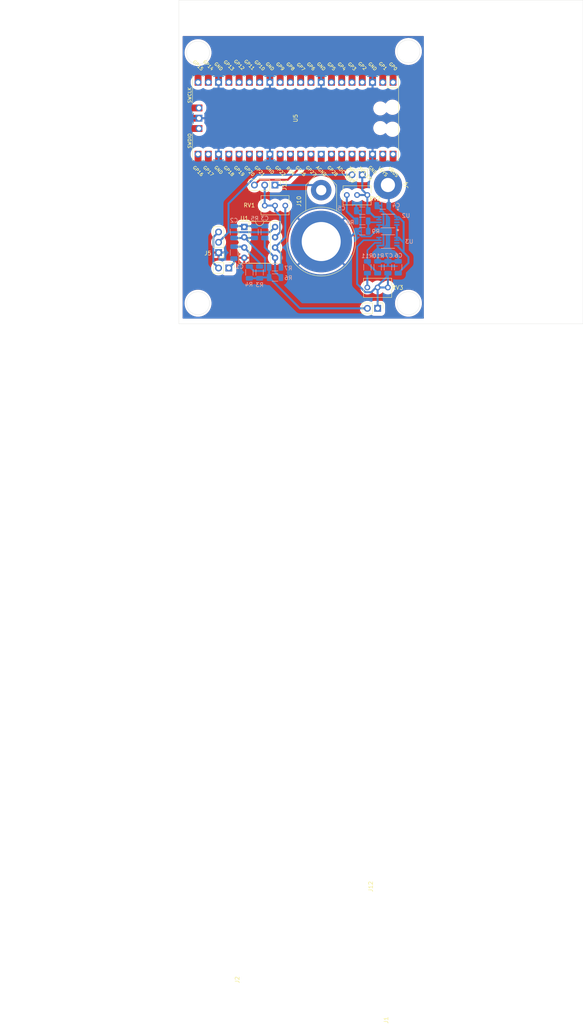
<source format=kicad_pcb>
(kicad_pcb (version 20240108) (generator "pcbnew") (generator_version "8.0")
  (layers (0 "F.Cu" signal) (31 "B.Cu" signal) (34 "B.Paste" user) (35 "F.Paste" user) (36 "B.SilkS" user "B.Silkscreen") (37 "F.SilkS" user "F.Silkscreen") (38 "B.Mask" user) (39 "F.Mask" user) (44 "Edge.Cuts" user))
  (net 0 "")
  (net 1 "Net-(U1A-+)")
  (net 2 "Net-(J2-Pin_1)")
  (net 3 "Net-(C2-Pad1)")
  (net 4 "Net-(U1A--)")
  (net 5 "Net-(U1B-+)")
  (net 6 "Vsup")
  (net 7 "GND")
  (net 8 "Net-(J12-Pin_1)")
  (net 9 "Net-(J1-Pin_1)")
  (net 10 "VCM")
  (net 11 "Sensor")
  (net 12 "Net-(J10-In)")
  (net 13 "ADC")
  (net 14 "Net-(J11-Pin_2)")
  (net 15 "VDD")
  (net 16 "Net-(U1B--)")
  (net 17 "Net-(U2-SET)")
  (net 18 "Net-(R9-Pad1)")
  (net 19 "Net-(U3-SET)")
  (net 20 "Net-(R11-Pad1)")
  (footprint "Package_DIP:DIP-8_W7.62mm_Socket" (layer "F.Cu") (at 107.96 129.7425)
    (property "Reference" "U1" (at 0.0408 -2.1329 0) (layer "F.SilkS"))
    (property "Value" "LM358")
    (pad "1" thru_hole rect (at 0 0) (size 1.6 1.6) (drill 0.8) (layers "*.Cu" "*.Mask") (net 3 "Net-(C2-Pad1)"))
    (pad "2" thru_hole oval (at 0 2.54) (size 1.6 1.6) (drill 0.8) (layers "*.Cu" "*.Mask") (net 4 "Net-(U1A--)"))
    (pad "3" thru_hole oval (at 0 5.08) (size 1.6 1.6) (drill 0.8) (layers "*.Cu" "*.Mask") (net 1 "Net-(U1A-+)"))
    (pad "4" thru_hole oval (at 0 7.62) (size 1.6 1.6) (drill 0.8) (layers "*.Cu" "*.Mask") (net 7 "GND"))
    (pad "5" thru_hole oval (at 7.62 7.62) (size 1.6 1.6) (drill 0.8) (layers "*.Cu" "*.Mask") (net 5 "Net-(U1B-+)"))
    (pad "6" thru_hole oval (at 7.62 5.08) (size 1.6 1.6) (drill 0.8) (layers "*.Cu" "*.Mask") (net 16 "Net-(U1B--)"))
    (pad "7" thru_hole oval (at 7.62 2.54) (size 1.6 1.6) (drill 0.8) (layers "*.Cu" "*.Mask") (net 14 "Net-(J11-Pin_2)"))
    (pad "8" thru_hole oval (at 7.62 0) (size 1.6 1.6) (drill 0.8) (layers "*.Cu" "*.Mask") (net 15 "VDD"))
  )
  (footprint "Potentiometer_THT:Potentiometer_Bourns_3266Y_Vertical" (layer "F.Cu") (at 138.415 121.845)
    (property "Reference" "RV2" (at 1.8946 0.8878 0) (layer "F.SilkS"))
    (property "Value" "20k")
    (pad "1" thru_hole circle (at 0 0) (size 1.44 1.44) (drill 0.8) (layers "*.Cu" "*.Mask") (net 8 "Net-(J12-Pin_1)"))
    (pad "2" thru_hole circle (at -2.54 0) (size 1.44 1.44) (drill 0.8) (layers "*.Cu" "*.Mask") (net 8 "Net-(J12-Pin_1)"))
    (pad "3" thru_hole circle (at -5.08 0) (size 1.44 1.44) (drill 0.8) (layers "*.Cu" "*.Mask") (net 18 "Net-(R9-Pad1)"))
  )
  (footprint "Connector_PinHeader_2.54mm:PinHeader_1x02_P2.54mm_Vertical" (layer "F.Cu") (at 137.16 116.84 -90)
    (property "Reference" "J12" (at 175.943203 -2.098801 90) (layer "F.SilkS"))
    (property "Value" "Conn_01x02")
    (pad "1" thru_hole rect (at 0 0 270) (size 1.7 1.7) (drill 1) (layers "*.Cu" "*.Mask") (net 8 "Net-(J12-Pin_1)"))
    (pad "2" thru_hole oval (at 0 2.54 270) (size 1.7 1.7) (drill 1) (layers "*.Cu" "*.Mask") (net 15 "VDD"))
  )
  (footprint "Connector_PinHeader_2.54mm:PinHeader_1x02_P2.54mm_Vertical" (layer "F.Cu") (at 140.97 149.86 -90)
    (property "Reference" "J1" (at 175.943203 -2.098801 90) (layer "F.SilkS"))
    (property "Value" "Conn_01x02")
    (pad "1" thru_hole rect (at 0 0 270) (size 1.7 1.7) (drill 1) (layers "*.Cu" "*.Mask") (net 9 "Net-(J1-Pin_1)"))
    (pad "2" thru_hole oval (at 0 2.54 270) (size 1.7 1.7) (drill 1) (layers "*.Cu" "*.Mask") (net 10 "VCM"))
  )
  (footprint "Potentiometer_THT:Potentiometer_Bourns_3266Y_Vertical" (layer "F.Cu") (at 143.495 144.705)
    (property "Reference" "RV3" (at 2.4026 0.0242 0) (layer "F.SilkS"))
    (property "Value" "20k")
    (pad "1" thru_hole circle (at 0 0) (size 1.44 1.44) (drill 0.8) (layers "*.Cu" "*.Mask") (net 9 "Net-(J1-Pin_1)"))
    (pad "2" thru_hole circle (at -2.54 0) (size 1.44 1.44) (drill 0.8) (layers "*.Cu" "*.Mask") (net 9 "Net-(J1-Pin_1)"))
    (pad "3" thru_hole circle (at -5.08 0) (size 1.44 1.44) (drill 0.8) (layers "*.Cu" "*.Mask") (net 20 "Net-(R11-Pad1)"))
  )
  (footprint "Connector_PinHeader_2.54mm:PinHeader_1x02_P2.54mm_Vertical" (layer "F.Cu") (at 104.14 139.8925 -90)
    (property "Reference" "J2" (at 175.943203 -2.098801 90) (layer "F.SilkS"))
    (property "Value" "Conn_01x02")
    (pad "1" thru_hole rect (at 0 0 270) (size 1.7 1.7) (drill 1) (layers "*.Cu" "*.Mask") (net 2 "Net-(J2-Pin_1)"))
    (pad "2" thru_hole oval (at 0 2.54 270) (size 1.7 1.7) (drill 1) (layers "*.Cu" "*.Mask") (net 11 "Sensor"))
  )
  (footprint "Connector_PinHeader_2.54mm:PinHeader_1x03_P2.54mm_Vertical" (layer "F.Cu") (at 115.555 119.38 -90)
    (property "Reference" "J11" (at 0 -2.33 90) (layer "F.SilkS"))
    (property "Value" "Conn_01x03")
    (pad "1" thru_hole rect (at 0 0 270) (size 1.7 1.7) (drill 1) (layers "*.Cu" "*.Mask") (net 12 "Net-(J10-In)"))
    (pad "2" thru_hole oval (at 0 2.54 270) (size 1.7 1.7) (drill 1) (layers "*.Cu" "*.Mask") (net 14 "Net-(J11-Pin_2)"))
    (pad "3" thru_hole oval (at 0 5.08 270) (size 1.7 1.7) (drill 1) (layers "*.Cu" "*.Mask") (net 13 "ADC"))
  )
  (footprint "Potentiometer_THT:Potentiometer_Bourns_3266Y_Vertical" (layer "F.Cu") (at 113.03 124.46 180)
    (property "Reference" "RV1" (at 3.825 0.075 180) (layer "F.SilkS"))
    (property "Value" "100k")
    (pad "1" thru_hole circle (at 0 0 180) (size 1.44 1.44) (drill 0.8) (layers "*.Cu" "*.Mask") (net 14 "Net-(J11-Pin_2)"))
    (pad "2" thru_hole circle (at -2.54 0 180) (size 1.44 1.44) (drill 0.8) (layers "*.Cu" "*.Mask") (net 14 "Net-(J11-Pin_2)"))
    (pad "3" thru_hole circle (at -5.08 0 180) (size 1.44 1.44) (drill 0.8) (layers "*.Cu" "*.Mask") (net 16 "Net-(U1B--)"))
  )
  (footprint "Connector_Coaxial:BNC_PanelMountable_Vertical" (layer "F.Cu") (at 127 120.65 90)
    (property "Reference" "J10" (at -2.75 -5.5 -90) (layer "F.SilkS"))
    (property "Value" "Conn_Coaxial")
    (pad "1" thru_hole circle (at 0 0 90) (size 5.08 5.08) (drill 2.54) (layers "*.Cu" "*.Mask") (net 12 "Net-(J10-In)"))
    (pad "2" thru_hole circle (at -12.7 0 90) (size 15.24 15.24) (drill 9.65) (layers "*.Cu" "*.Mask") (net 7 "GND"))
  )
  (footprint "Connector_PinHeader_2.54mm:PinHeader_1x03_P2.54mm_Vertical" (layer "F.Cu") (at 101.6 136.0675 180)
    (property "Reference" "J5" (at 2.6416 -0.1781 180) (layer "F.SilkS"))
    (property "Value" "Conn_01x03_Pin")
    (pad "1" thru_hole rect (at 0 0 180) (size 1.7 1.7) (drill 1) (layers "*.Cu" "*.Mask") (net 7 "GND"))
    (pad "2" thru_hole oval (at 0 2.54 180) (size 1.7 1.7) (drill 1) (layers "*.Cu" "*.Mask") (net 15 "VDD"))
    (pad "3" thru_hole oval (at 0 5.08 180) (size 1.7 1.7) (drill 1) (layers "*.Cu" "*.Mask") (net 11 "Sensor"))
  )
  (footprint "MountingHole:MountingHole_3.5mm_Pad_TopBottom" (layer "F.Cu") (at 143.51 119.38 -90)
    (property "Reference" "J4" (at 0 -4.5 90) (layer "F.SilkS"))
    (property "Value" "Conn_01x01_Socket")
    (pad "1" thru_hole circle (at 0 0 270) (size 3.9 3.9) (drill 3.5) (layers "*.Cu" "*.Mask") (net 6 "Vsup"))
    (pad "1" connect circle (at 0 0 270) (size 7 7) (layers "F.Cu" "F.Mask") (net 6 "Vsup"))
    (pad "1" connect circle (at 0 0 270) (size 7 7) (layers "B.Cu" "B.Mask") (net 6 "Vsup"))
  )
  (footprint "MCU_RaspberryPi_and_Boards:RPi_Pico_SMD_TH" (layer "F.Cu") (at 120.65 102.87 -90)
    (property "Reference" "U5" (at 0 0 90) (layer "F.SilkS"))
    (property "Value" "Pico")
    (fp_text user "GP9" (at -12.8 3.81 135) (layer "F.SilkS") (effects (font (size 0.8 0.8))))
    (fp_text user "GP6" (at -12.8 -3.81 135) (layer "F.SilkS") (effects (font (size 0.8 0.8))))
    (fp_text user "GP8" (at -12.8 1.27 135) (layer "F.SilkS") (effects (font (size 0.8 0.8))))
    (fp_text user "GND" (at -12.8 -19.05 135) (layer "F.SilkS") (effects (font (size 0.8 0.8))))
    (fp_text user "GP4" (at -12.8 -11.43 135) (layer "F.SilkS") (effects (font (size 0.8 0.8))))
    (fp_text user "GP19" (at 13.054 13.97 135) (layer "F.SilkS") (effects (font (size 0.8 0.8))))
    (fp_text user "GP5" (at -12.8 -8.89 135) (layer "F.SilkS") (effects (font (size 0.8 0.8))))
    (fp_text user "GP2" (at -12.9 -16.51 135) (layer "F.SilkS") (effects (font (size 0.8 0.8))))
    (fp_text user "GND" (at 12.8 6.35 135) (layer "F.SilkS") (effects (font (size 0.8 0.8))))
    (fp_text user "GP11" (at -13.2 11.43 135) (layer "F.SilkS") (effects (font (size 0.8 0.8))))
    (fp_text user "SWCLK" (at -5.7 26.2 90) (layer "F.SilkS") (effects (font (size 0.8 0.8))))
    (fp_text user "GP10" (at -13.054 8.89 135) (layer "F.SilkS") (effects (font (size 0.8 0.8))))
    (fp_text user "GND" (at 12.8 19.05 135) (layer "F.SilkS") (effects (font (size 0.8 0.8))))
    (fp_text user "GP3" (at -12.8 -13.97 135) (layer "F.SilkS") (effects (font (size 0.8 0.8))))
    (fp_text user "GP7" (at -12.7 -1.3 135) (layer "F.SilkS") (effects (font (size 0.8 0.8))))
    (fp_text user "GP20" (at 13.054 11.43 135) (layer "F.SilkS") (effects (font (size 0.8 0.8))))
    (fp_text user "GP16" (at 13.054 24.13 135) (layer "F.SilkS") (effects (font (size 0.8 0.8))))
    (fp_text user "RUN" (at 13 1.27 135) (layer "F.SilkS") (effects (font (size 0.8 0.8))))
    (fp_text user "3V3" (at 12.9 -13.9 135) (layer "F.SilkS") (effects (font (size 0.8 0.8))))
    (fp_text user "GND" (at 12.8 -19.05 135) (layer "F.SilkS") (effects (font (size 0.8 0.8))))
    (fp_text user "GP17" (at 13.054 21.59 135) (layer "F.SilkS") (effects (font (size 0.8 0.8))))
    (fp_text user "GP28" (at 13.054 -9.144 135) (layer "F.SilkS") (effects (font (size 0.8 0.8))))
    (fp_text user "VSYS" (at 13.2 -21.59 135) (layer "F.SilkS") (effects (font (size 0.8 0.8))))
    (fp_text user "GP1" (at -12.9 -21.6 135) (layer "F.SilkS") (effects (font (size 0.8 0.8))))
    (fp_text user "VBUS" (at 13.3 -24.2 135) (layer "F.SilkS") (effects (font (size 0.8 0.8))))
    (fp_text user "GP18" (at 13.054 16.51 135) (layer "F.SilkS") (effects (font (size 0.8 0.8))))
    (fp_text user "GP0" (at -12.8 -24.13 135) (layer "F.SilkS") (effects (font (size 0.8 0.8))))
    (fp_text user "GP21" (at 13.054 8.9 135) (layer "F.SilkS") (effects (font (size 0.8 0.8))))
    (fp_text user "SWDIO" (at 5.6 26.2 90) (layer "F.SilkS") (effects (font (size 0.8 0.8))))
    (fp_text user "GP26" (at 13.054 -1.27 135) (layer "F.SilkS") (effects (font (size 0.8 0.8))))
    (fp_text user "AGND" (at 13.054 -6.35 135) (layer "F.SilkS") (effects (font (size 0.8 0.8))))
    (fp_text user "GP27" (at 13.054 -3.8 135) (layer "F.SilkS") (effects (font (size 0.8 0.8))))
    (fp_text user "3V3_EN" (at 13.7 -17.2 135) (layer "F.SilkS") (effects (font (size 0.8 0.8))))
    (fp_text user "GP14" (at -13.1 21.59 135) (layer "F.SilkS") (effects (font (size 0.8 0.8))))
    (fp_text user "GP22" (at 13.054 3.81 135) (layer "F.SilkS") (effects (font (size 0.8 0.8))))
    (fp_text user "GP13" (at -13.054 16.51 135) (layer "F.SilkS") (effects (font (size 0.8 0.8))))
    (fp_text user "GND" (at -12.8 6.35 135) (layer "F.SilkS") (effects (font (size 0.8 0.8))))
    (fp_text user "ADC_VREF" (at 14 -12.5 135) (layer "F.SilkS") (effects (font (size 0.8 0.8))))
    (fp_text user "GND" (at -12.8 -6.35 135) (layer "F.SilkS") (effects (font (size 0.8 0.8))))
    (fp_text user "GP15" (at -13.054 24.13 135) (layer "F.SilkS") (effects (font (size 0.8 0.8))))
    (fp_text user "GP12" (at -13.2 13.97 135) (layer "F.SilkS") (effects (font (size 0.8 0.8))))
    (fp_text user "GND" (at -12.8 19.05 135) (layer "F.SilkS") (effects (font (size 0.8 0.8))))
    (pad "" np_thru_hole oval (at -2.725 -24 270) (size 1.8 1.8) (drill 1.8) (layers "*.Cu" "*.Mask"))
    (pad "" np_thru_hole oval (at -2.425 -20.97 270) (size 1.5 1.5) (drill 1.5) (layers "*.Cu" "*.Mask"))
    (pad "" np_thru_hole oval (at 2.425 -20.97 270) (size 1.5 1.5) (drill 1.5) (layers "*.Cu" "*.Mask"))
    (pad "" np_thru_hole oval (at 2.725 -24 270) (size 1.8 1.8) (drill 1.8) (layers "*.Cu" "*.Mask"))
    (pad "1" thru_hole oval (at -8.89 -24.13 270) (size 1.7 1.7) (drill 1.02) (layers "*.Cu" "*.Mask"))
    (pad "1" smd rect (at -8.89 -24.13 270) (size 3.5 1.7) (drill (offset -0.9 0)) (layers "F.Cu" "F.Mask"))
    (pad "2" thru_hole oval (at -8.89 -21.59 270) (size 1.7 1.7) (drill 1.02) (layers "*.Cu" "*.Mask"))
    (pad "2" smd rect (at -8.89 -21.59 270) (size 3.5 1.7) (drill (offset -0.9 0)) (layers "F.Cu" "F.Mask"))
    (pad "3" thru_hole rect (at -8.89 -19.05 270) (size 1.7 1.7) (drill 1.02) (layers "*.Cu" "*.Mask") (net 7 "GND"))
    (pad "3" smd rect (at -8.89 -19.05 270) (size 3.5 1.7) (drill (offset -0.9 0)) (layers "F.Cu" "F.Mask") (net 7 "GND"))
    (pad "4" thru_hole oval (at -8.89 -16.51 270) (size 1.7 1.7) (drill 1.02) (layers "*.Cu" "*.Mask"))
    (pad "4" smd rect (at -8.89 -16.51 270) (size 3.5 1.7) (drill (offset -0.9 0)) (layers "F.Cu" "F.Mask"))
    (pad "5" thru_hole oval (at -8.89 -13.97 270) (size 1.7 1.7) (drill 1.02) (layers "*.Cu" "*.Mask"))
    (pad "5" smd rect (at -8.89 -13.97 270) (size 3.5 1.7) (drill (offset -0.9 0)) (layers "F.Cu" "F.Mask"))
    (pad "6" thru_hole oval (at -8.89 -11.43 270) (size 1.7 1.7) (drill 1.02) (layers "*.Cu" "*.Mask"))
    (pad "6" smd rect (at -8.89 -11.43 270) (size 3.5 1.7) (drill (offset -0.9 0)) (layers "F.Cu" "F.Mask"))
    (pad "7" thru_hole oval (at -8.89 -8.89 270) (size 1.7 1.7) (drill 1.02) (layers "*.Cu" "*.Mask"))
    (pad "7" smd rect (at -8.89 -8.89 270) (size 3.5 1.7) (drill (offset -0.9 0)) (layers "F.Cu" "F.Mask"))
    (pad "8" thru_hole rect (at -8.89 -6.35 270) (size 1.7 1.7) (drill 1.02) (layers "*.Cu" "*.Mask") (net 7 "GND"))
    (pad "8" smd rect (at -8.89 -6.35 270) (size 3.5 1.7) (drill (offset -0.9 0)) (layers "F.Cu" "F.Mask") (net 7 "GND"))
    (pad "9" thru_hole oval (at -8.89 -3.81 270) (size 1.7 1.7) (drill 1.02) (layers "*.Cu" "*.Mask"))
    (pad "9" smd rect (at -8.89 -3.81 270) (size 3.5 1.7) (drill (offset -0.9 0)) (layers "F.Cu" "F.Mask"))
    (pad "10" thru_hole oval (at -8.89 -1.27 270) (size 1.7 1.7) (drill 1.02) (layers "*.Cu" "*.Mask"))
    (pad "10" smd rect (at -8.89 -1.27 270) (size 3.5 1.7) (drill (offset -0.9 0)) (layers "F.Cu" "F.Mask"))
    (pad "11" thru_hole oval (at -8.89 1.27 270) (size 1.7 1.7) (drill 1.02) (layers "*.Cu" "*.Mask"))
    (pad "11" smd rect (at -8.89 1.27 270) (size 3.5 1.7) (drill (offset -0.9 0)) (layers "F.Cu" "F.Mask"))
    (pad "12" thru_hole oval (at -8.89 3.81 270) (size 1.7 1.7) (drill 1.02) (layers "*.Cu" "*.Mask"))
    (pad "12" smd rect (at -8.89 3.81 270) (size 3.5 1.7) (drill (offset -0.9 0)) (layers "F.Cu" "F.Mask"))
    (pad "13" thru_hole rect (at -8.89 6.35 270) (size 1.7 1.7) (drill 1.02) (layers "*.Cu" "*.Mask") (net 7 "GND"))
    (pad "13" smd rect (at -8.89 6.35 270) (size 3.5 1.7) (drill (offset -0.9 0)) (layers "F.Cu" "F.Mask") (net 7 "GND"))
    (pad "14" thru_hole oval (at -8.89 8.89 270) (size 1.7 1.7) (drill 1.02) (layers "*.Cu" "*.Mask"))
    (pad "14" smd rect (at -8.89 8.89 270) (size 3.5 1.7) (drill (offset -0.9 0)) (layers "F.Cu" "F.Mask"))
    (pad "15" thru_hole oval (at -8.89 11.43 270) (size 1.7 1.7) (drill 1.02) (layers "*.Cu" "*.Mask"))
    (pad "15" smd rect (at -8.89 11.43 270) (size 3.5 1.7) (drill (offset -0.9 0)) (layers "F.Cu" "F.Mask"))
    (pad "16" thru_hole oval (at -8.89 13.97 270) (size 1.7 1.7) (drill 1.02) (layers "*.Cu" "*.Mask"))
    (pad "16" smd rect (at -8.89 13.97 270) (size 3.5 1.7) (drill (offset -0.9 0)) (layers "F.Cu" "F.Mask"))
    (pad "17" thru_hole oval (at -8.89 16.51 270) (size 1.7 1.7) (drill 1.02) (layers "*.Cu" "*.Mask"))
    (pad "17" smd rect (at -8.89 16.51 270) (size 3.5 1.7) (drill (offset -0.9 0)) (layers "F.Cu" "F.Mask"))
    (pad "18" thru_hole rect (at -8.89 19.05 270) (size 1.7 1.7) (drill 1.02) (layers "*.Cu" "*.Mask") (net 7 "GND"))
    (pad "18" smd rect (at -8.89 19.05 270) (size 3.5 1.7) (drill (offset -0.9 0)) (layers "F.Cu" "F.Mask") (net 7 "GND"))
    (pad "19" thru_hole oval (at -8.89 21.59 270) (size 1.7 1.7) (drill 1.02) (layers "*.Cu" "*.Mask"))
    (pad "19" smd rect (at -8.89 21.59 270) (size 3.5 1.7) (drill (offset -0.9 0)) (layers "F.Cu" "F.Mask"))
    (pad "20" thru_hole oval (at -8.89 24.13 270) (size 1.7 1.7) (drill 1.02) (layers "*.Cu" "*.Mask"))
    (pad "20" smd rect (at -8.89 24.13 270) (size 3.5 1.7) (drill (offset -0.9 0)) (layers "F.Cu" "F.Mask"))
    (pad "21" thru_hole oval (at 8.89 24.13 270) (size 1.7 1.7) (drill 1.02) (layers "*.Cu" "*.Mask"))
    (pad "21" smd rect (at 8.89 24.13 270) (size 3.5 1.7) (drill (offset 0.9 0)) (layers "F.Cu" "F.Mask"))
    (pad "22" thru_hole oval (at 8.89 21.59 270) (size 1.7 1.7) (drill 1.02) (layers "*.Cu" "*.Mask"))
    (pad "22" smd rect (at 8.89 21.59 270) (size 3.5 1.7) (drill (offset 0.9 0)) (layers "F.Cu" "F.Mask"))
    (pad "23" thru_hole rect (at 8.89 19.05 270) (size 1.7 1.7) (drill 1.02) (layers "*.Cu" "*.Mask") (net 7 "GND"))
    (pad "23" smd rect (at 8.89 19.05 270) (size 3.5 1.7) (drill (offset 0.9 0)) (layers "F.Cu" "F.Mask") (net 7 "GND"))
    (pad "24" thru_hole oval (at 8.89 16.51 270) (size 1.7 1.7) (drill 1.02) (layers "*.Cu" "*.Mask"))
    (pad "24" smd rect (at 8.89 16.51 270) (size 3.5 1.7) (drill (offset 0.9 0)) (layers "F.Cu" "F.Mask"))
    (pad "25" thru_hole oval (at 8.89 13.97 270) (size 1.7 1.7) (drill 1.02) (layers "*.Cu" "*.Mask"))
    (pad "25" smd rect (at 8.89 13.97 270) (size 3.5 1.7) (drill (offset 0.9 0)) (layers "F.Cu" "F.Mask"))
    (pad "26" thru_hole oval (at 8.89 11.43 270) (size 1.7 1.7) (drill 1.02) (layers "*.Cu" "*.Mask"))
    (pad "26" smd rect (at 8.89 11.43 270) (size 3.5 1.7) (drill (offset 0.9 0)) (layers "F.Cu" "F.Mask"))
    (pad "27" thru_hole oval (at 8.89 8.89 270) (size 1.7 1.7) (drill 1.02) (layers "*.Cu" "*.Mask"))
    (pad "27" smd rect (at 8.89 8.89 270) (size 3.5 1.7) (drill (offset 0.9 0)) (layers "F.Cu" "F.Mask"))
    (pad "28" thru_hole rect (at 8.89 6.35 270) (size 1.7 1.7) (drill 1.02) (layers "*.Cu" "*.Mask") (net 7 "GND"))
    (pad "28" smd rect (at 8.89 6.35 270) (size 3.5 1.7) (drill (offset 0.9 0)) (layers "F.Cu" "F.Mask") (net 7 "GND"))
    (pad "29" thru_hole oval (at 8.89 3.81 270) (size 1.7 1.7) (drill 1.02) (layers "*.Cu" "*.Mask"))
    (pad "29" smd rect (at 8.89 3.81 270) (size 3.5 1.7) (drill (offset 0.9 0)) (layers "F.Cu" "F.Mask"))
    (pad "30" thru_hole oval (at 8.89 1.27 270) (size 1.7 1.7) (drill 1.02) (layers "*.Cu" "*.Mask"))
    (pad "30" smd rect (at 8.89 1.27 270) (size 3.5 1.7) (drill (offset 0.9 0)) (layers "F.Cu" "F.Mask"))
    (pad "31" thru_hole oval (at 8.89 -1.27 270) (size 1.7 1.7) (drill 1.02) (layers "*.Cu" "*.Mask") (net 13 "ADC"))
    (pad "31" smd rect (at 8.89 -1.27 270) (size 3.5 1.7) (drill (offset 0.9 0)) (layers "F.Cu" "F.Mask") (net 13 "ADC"))
    (pad "32" thru_hole oval (at 8.89 -3.81 270) (size 1.7 1.7) (drill 1.02) (layers "*.Cu" "*.Mask"))
    (pad "32" smd rect (at 8.89 -3.81 270) (size 3.5 1.7) (drill (offset 0.9 0)) (layers "F.Cu" "F.Mask"))
    (pad "33" thru_hole rect (at 8.89 -6.35 270) (size 1.7 1.7) (drill 1.02) (layers "*.Cu" "*.Mask"))
    (pad "33" smd rect (at 8.89 -6.35 270) (size 3.5 1.7) (drill (offset 0.9 0)) (layers "F.Cu" "F.Mask"))
    (pad "34" thru_hole oval (at 8.89 -8.89 270) (size 1.7 1.7) (drill 1.02) (layers "*.Cu" "*.Mask"))
    (pad "34" smd rect (at 8.89 -8.89 270) (size 3.5 1.7) (drill (offset 0.9 0)) (layers "F.Cu" "F.Mask"))
    (pad "35" thru_hole oval (at 8.89 -11.43 270) (size 1.7 1.7) (drill 1.02) (layers "*.Cu" "*.Mask"))
    (pad "35" smd rect (at 8.89 -11.43 270) (size 3.5 1.7) (drill (offset 0.9 0)) (layers "F.Cu" "F.Mask"))
    (pad "36" thru_hole oval (at 8.89 -13.97 270) (size 1.7 1.7) (drill 1.02) (layers "*.Cu" "*.Mask"))
    (pad "36" smd rect (at 8.89 -13.97 270) (size 3.5 1.7) (drill (offset 0.9 0)) (layers "F.Cu" "F.Mask"))
    (pad "37" thru_hole oval (at 8.89 -16.51 270) (size 1.7 1.7) (drill 1.02) (layers "*.Cu" "*.Mask"))
    (pad "37" smd rect (at 8.89 -16.51 270) (size 3.5 1.7) (drill (offset 0.9 0)) (layers "F.Cu" "F.Mask"))
    (pad "38" thru_hole rect (at 8.89 -19.05 270) (size 1.7 1.7) (drill 1.02) (layers "*.Cu" "*.Mask") (net 7 "GND"))
    (pad "38" smd rect (at 8.89 -19.05 270) (size 3.5 1.7) (drill (offset 0.9 0)) (layers "F.Cu" "F.Mask") (net 7 "GND"))
    (pad "39" thru_hole oval (at 8.89 -21.59 270) (size 1.7 1.7) (drill 1.02) (layers "*.Cu" "*.Mask"))
    (pad "39" smd rect (at 8.89 -21.59 270) (size 3.5 1.7) (drill (offset 0.9 0)) (layers "F.Cu" "F.Mask"))
    (pad "40" thru_hole oval (at 8.89 -24.13 270) (size 1.7 1.7) (drill 1.02) (layers "*.Cu" "*.Mask"))
    (pad "40" smd rect (at 8.89 -24.13 270) (size 3.5 1.7) (drill (offset 0.9 0)) (layers "F.Cu" "F.Mask"))
    (pad "41" thru_hole oval (at -2.54 23.9 270) (size 1.7 1.7) (drill 1.02) (layers "*.Cu" "*.Mask"))
    (pad "41" smd rect (at -2.54 23.9) (size 3.5 1.7) (drill (offset -0.9 0)) (layers "F.Cu" "F.Mask"))
    (pad "42" thru_hole rect (at 0 23.9 270) (size 1.7 1.7) (drill 1.02) (layers "*.Cu" "*.Mask") (net 7 "GND"))
    (pad "42" smd rect (at 0 23.9) (size 3.5 1.7) (drill (offset -0.9 0)) (layers "F.Cu" "F.Mask") (net 7 "GND"))
    (pad "43" thru_hole oval (at 2.54 23.9 270) (size 1.7 1.7) (drill 1.02) (layers "*.Cu" "*.Mask"))
    (pad "43" smd rect (at 2.54 23.9) (size 3.5 1.7) (drill (offset -0.9 0)) (layers "F.Cu" "F.Mask"))
  )
  (footprint "footprints:21-0036K" (layer "B.Cu") (at 143.51 128.27 180)
    (property "Reference" "U2" (at -4.4704 1.3208 0) (layer "B.SilkS") (effects (justify mirror)))
    (property "Value" "MAX1857EUA47+")
    (fp_text user "*" (at -2.461 2.5236 180) (layer "B.SilkS") (effects (justify mirror)))
    (fp_text user "*" (at -2.461 2.5236 0) (layer "B.SilkS") (effects (justify mirror)))
    (pad "1" smd rect (at -2.206998 0.974999 180) (size 1.315199 0.4056) (layers "B.Cu" "B.Paste" "B.Mask") (net 6 "Vsup"))
    (pad "2" smd rect (at -2.206998 0.325001 180) (size 1.315199 0.4056) (layers "B.Cu" "B.Paste" "B.Mask") (net 6 "Vsup"))
    (pad "3" smd rect (at -2.206998 -0.325001 180) (size 1.315199 0.4056) (layers "B.Cu" "B.Paste" "B.Mask"))
    (pad "4" smd rect (at -2.206998 -0.974999 180) (size 1.315199 0.4056) (layers "B.Cu" "B.Paste" "B.Mask") (net 6 "Vsup"))
    (pad "5" smd rect (at 2.206998 -0.974999 180) (size 1.315199 0.4056) (layers "B.Cu" "B.Paste" "B.Mask") (net 7 "GND"))
    (pad "6" smd rect (at 2.206998 -0.325001 180) (size 1.315199 0.4056) (layers "B.Cu" "B.Paste" "B.Mask") (net 17 "Net-(U2-SET)"))
    (pad "7" smd rect (at 2.206998 0.325001 180) (size 1.315199 0.4056) (layers "B.Cu" "B.Paste" "B.Mask") (net 8 "Net-(J12-Pin_1)"))
    (pad "8" smd rect (at 2.206998 0.974999 180) (size 1.315199 0.4056) (layers "B.Cu" "B.Paste" "B.Mask") (net 8 "Net-(J12-Pin_1)"))
  )
  (footprint "Capacitor_SMD:C_1206_3216Metric" (layer "B.Cu") (at 113.03 131.0025 90)
    (property "Reference" "C3" (at 3.3929 0 180) (layer "B.SilkS") (effects (justify mirror)))
    (property "Value" "2.2u")
    (pad "1" smd roundrect (at -1.475 0 90) (size 1.15 1.8) (layers "B.Cu" "B.Paste" "B.Mask") (roundrect_rratio 0.217391) (net 5 "Net-(U1B-+)"))
    (pad "2" smd roundrect (at 1.475 0 90) (size 1.15 1.8) (layers "B.Cu" "B.Paste" "B.Mask") (roundrect_rratio 0.217391) (net 3 "Net-(C2-Pad1)"))
  )
  (footprint "footprints:21-0036K" (layer "B.Cu") (at 143.51 133.35 180)
    (property "Reference" "U3" (at -5.2832 0 0) (layer "B.SilkS") (effects (justify mirror)))
    (property "Value" "MAX1857EUA47+")
    (fp_text user "*" (at -2.461 2.5236 0) (layer "B.SilkS") (effects (justify mirror)))
    (fp_text user "*" (at -2.461 2.5236 180) (layer "B.SilkS") (effects (justify mirror)))
    (pad "1" smd rect (at -2.206998 0.974999 180) (size 1.315199 0.4056) (layers "B.Cu" "B.Paste" "B.Mask") (net 6 "Vsup"))
    (pad "2" smd rect (at -2.206998 0.325001 180) (size 1.315199 0.4056) (layers "B.Cu" "B.Paste" "B.Mask") (net 6 "Vsup"))
    (pad "3" smd rect (at -2.206998 -0.325001 180) (size 1.315199 0.4056) (layers "B.Cu" "B.Paste" "B.Mask"))
    (pad "4" smd rect (at -2.206998 -0.974999 180) (size 1.315199 0.4056) (layers "B.Cu" "B.Paste" "B.Mask") (net 6 "Vsup"))
    (pad "5" smd rect (at 2.206998 -0.974999 180) (size 1.315199 0.4056) (layers "B.Cu" "B.Paste" "B.Mask") (net 7 "GND"))
    (pad "6" smd rect (at 2.206998 -0.325001 180) (size 1.315199 0.4056) (layers "B.Cu" "B.Paste" "B.Mask") (net 19 "Net-(U3-SET)"))
    (pad "7" smd rect (at 2.206998 0.325001 180) (size 1.315199 0.4056) (layers "B.Cu" "B.Paste" "B.Mask") (net 9 "Net-(J1-Pin_1)"))
    (pad "8" smd rect (at 2.206998 0.974999 180) (size 1.315199 0.4056) (layers "B.Cu" "B.Paste" "B.Mask") (net 9 "Net-(J1-Pin_1)"))
  )
  (footprint "Resistor_SMD:R_1206_3216Metric" (layer "B.Cu") (at 137.16 128.27)
    (property "Reference" "R9" (at 3.3528 2.5908 0) (layer "B.SilkS") (effects (justify mirror)))
    (property "Value" "49.3k")
    (pad "1" smd roundrect (at -1.4625 0) (size 1.125 1.75) (layers "B.Cu" "B.Paste" "B.Mask") (roundrect_rratio 0.222222) (net 18 "Net-(R9-Pad1)"))
    (pad "2" smd roundrect (at 1.4625 0) (size 1.125 1.75) (layers "B.Cu" "B.Paste" "B.Mask") (roundrect_rratio 0.222222) (net 17 "Net-(U2-SET)"))
  )
  (footprint "Resistor_SMD:R_1206_3216Metric" (layer "B.Cu") (at 140.97 139.7 90)
    (property "Reference" "R10" (at 2.794 0.1524 180) (layer "B.SilkS") (effects (justify mirror)))
    (property "Value" "25k")
    (pad "1" smd roundrect (at -1.4625 0 90) (size 1.125 1.75) (layers "B.Cu" "B.Paste" "B.Mask") (roundrect_rratio 0.222222) (net 19 "Net-(U3-SET)"))
    (pad "2" smd roundrect (at 1.4625 0 90) (size 1.125 1.75) (layers "B.Cu" "B.Paste" "B.Mask") (roundrect_rratio 0.222222) (net 7 "GND"))
  )
  (footprint "Capacitor_SMD:C_1206_3216Metric" (layer "B.Cu") (at 137.16 125.73 180)
    (property "Reference" "C5" (at 5.1816 0.6096 180) (layer "B.SilkS") (effects (justify mirror)))
    (property "Value" "3.3u")
    (pad "1" smd roundrect (at -1.475 0 180) (size 1.15 1.8) (layers "B.Cu" "B.Paste" "B.Mask") (roundrect_rratio 0.217391) (net 8 "Net-(J12-Pin_1)"))
    (pad "2" smd roundrect (at 1.475 0 180) (size 1.15 1.8) (layers "B.Cu" "B.Paste" "B.Mask") (roundrect_rratio 0.217391) (net 7 "GND"))
  )
  (footprint "Resistor_SMD:R_1206_3216Metric" (layer "B.Cu") (at 115.57 142.24 180)
    (property "Reference" "R6" (at -3.302 -0.1016 180) (layer "B.SilkS") (effects (justify mirror)))
    (property "Value" "100k")
    (pad "1" smd roundrect (at -1.4625 0 180) (size 1.125 1.75) (layers "B.Cu" "B.Paste" "B.Mask") (roundrect_rratio 0.222222) (net 5 "Net-(U1B-+)"))
    (pad "2" smd roundrect (at 1.4625 0 180) (size 1.125 1.75) (layers "B.Cu" "B.Paste" "B.Mask") (roundrect_rratio 0.222222) (net 10 "VCM"))
  )
  (footprint "Resistor_SMD:R_1206_3216Metric" (layer "B.Cu") (at 111.76 140.97 -90)
    (property "Reference" "R3" (at 3.0988 0 0) (layer "B.SilkS") (effects (justify mirror)))
    (property "Value" "100k")
    (pad "1" smd roundrect (at -1.4625 0 270) (size 1.125 1.75) (layers "B.Cu" "B.Paste" "B.Mask") (roundrect_rratio 0.222222) (net 1 "Net-(U1A-+)"))
    (pad "2" smd roundrect (at 1.4625 0 270) (size 1.125 1.75) (layers "B.Cu" "B.Paste" "B.Mask") (roundrect_rratio 0.222222) (net 10 "VCM"))
  )
  (footprint "Capacitor_SMD:C_1206_3216Metric" (layer "B.Cu") (at 146.05 139.7 90)
    (property "Reference" "C6" (at 2.8956 0.0508 180) (layer "B.SilkS") (effects (justify mirror)))
    (property "Value" "1u")
    (pad "1" smd roundrect (at -1.475 0 90) (size 1.15 1.8) (layers "B.Cu" "B.Paste" "B.Mask") (roundrect_rratio 0.217391) (net 6 "Vsup"))
    (pad "2" smd roundrect (at 1.475 0 90) (size 1.15 1.8) (layers "B.Cu" "B.Paste" "B.Mask") (roundrect_rratio 0.217391) (net 7 "GND"))
  )
  (footprint "Resistor_SMD:R_1206_3216Metric" (layer "B.Cu") (at 110.49 131.0025 -90)
    (property "Reference" "R5" (at -3.3421 -0.0508 0) (layer "B.SilkS") (effects (justify mirror)))
    (property "Value" "680k")
    (pad "1" smd roundrect (at -1.4625 0 270) (size 1.125 1.75) (layers "B.Cu" "B.Paste" "B.Mask") (roundrect_rratio 0.222222) (net 3 "Net-(C2-Pad1)"))
    (pad "2" smd roundrect (at 1.4625 0 270) (size 1.125 1.75) (layers "B.Cu" "B.Paste" "B.Mask") (roundrect_rratio 0.222222) (net 4 "Net-(U1A--)"))
  )
  (footprint "Capacitor_SMD:C_1206_3216Metric" (layer "B.Cu") (at 105.41 131.0025 -90)
    (property "Reference" "C2" (at -2.8849 0 0) (layer "B.SilkS") (effects (justify mirror)))
    (property "Value" "68n")
    (pad "1" smd roundrect (at -1.475 0 270) (size 1.15 1.8) (layers "B.Cu" "B.Paste" "B.Mask") (roundrect_rratio 0.217391) (net 3 "Net-(C2-Pad1)"))
    (pad "2" smd roundrect (at 1.475 0 270) (size 1.15 1.8) (layers "B.Cu" "B.Paste" "B.Mask") (roundrect_rratio 0.217391) (net 4 "Net-(U1A--)"))
  )
  (footprint "Resistor_SMD:R_1206_3216Metric" (layer "B.Cu") (at 115.57 139.7 180)
    (property "Reference" "R7" (at -3.302 -0.254 180) (layer "B.SilkS") (effects (justify mirror)))
    (property "Value" "10k")
    (pad "1" smd roundrect (at -1.4625 0 180) (size 1.125 1.75) (layers "B.Cu" "B.Paste" "B.Mask") (roundrect_rratio 0.222222) (net 16 "Net-(U1B--)"))
    (pad "2" smd roundrect (at 1.4625 0 180) (size 1.125 1.75) (layers "B.Cu" "B.Paste" "B.Mask") (roundrect_rratio 0.222222) (net 10 "VCM"))
  )
  (footprint "Capacitor_SMD:C_1206_3216Metric" (layer "B.Cu") (at 143.51 139.7 90)
    (property "Reference" "C7" (at 2.8448 0.254 180) (layer "B.SilkS") (effects (justify mirror)))
    (property "Value" "3.3u")
    (pad "1" smd roundrect (at -1.475 0 90) (size 1.15 1.8) (layers "B.Cu" "B.Paste" "B.Mask") (roundrect_rratio 0.217391) (net 9 "Net-(J1-Pin_1)"))
    (pad "2" smd roundrect (at 1.475 0 90) (size 1.15 1.8) (layers "B.Cu" "B.Paste" "B.Mask") (roundrect_rratio 0.217391) (net 7 "GND"))
  )
  (footprint "Capacitor_SMD:C_1206_3216Metric" (layer "B.Cu") (at 105.41 136.0825 -90)
    (property "Reference" "C1" (at 3.4651 -1.4224 0) (layer "B.SilkS") (effects (justify mirror)))
    (property "Value" "2.2u")
    (pad "1" smd roundrect (at -1.475 0 270) (size 1.15 1.8) (layers "B.Cu" "B.Paste" "B.Mask") (roundrect_rratio 0.217391) (net 1 "Net-(U1A-+)"))
    (pad "2" smd roundrect (at 1.475 0 270) (size 1.15 1.8) (layers "B.Cu" "B.Paste" "B.Mask") (roundrect_rratio 0.217391) (net 2 "Net-(J2-Pin_1)"))
  )
  (footprint "Resistor_SMD:R_1206_3216Metric" (layer "B.Cu") (at 138.43 139.7 90)
    (property "Reference" "R11" (at 2.794 -0.0508 180) (layer "B.SilkS") (effects (justify mirror)))
    (property "Value" "7k")
    (pad "1" smd roundrect (at -1.4625 0 90) (size 1.125 1.75) (layers "B.Cu" "B.Paste" "B.Mask") (roundrect_rratio 0.222222) (net 20 "Net-(R11-Pad1)"))
    (pad "2" smd roundrect (at 1.4625 0 90) (size 1.125 1.75) (layers "B.Cu" "B.Paste" "B.Mask") (roundrect_rratio 0.222222) (net 19 "Net-(U3-SET)"))
  )
  (footprint "Resistor_SMD:R_1206_3216Metric" (layer "B.Cu") (at 137.16 130.81 180)
    (property "Reference" "R8" (at 2.9972 2.1844 180) (layer "B.SilkS") (effects (justify mirror)))
    (property "Value" "25k")
    (pad "1" smd roundrect (at -1.4625 0 180) (size 1.125 1.75) (layers "B.Cu" "B.Paste" "B.Mask") (roundrect_rratio 0.222222) (net 17 "Net-(U2-SET)"))
    (pad "2" smd roundrect (at 1.4625 0 180) (size 1.125 1.75) (layers "B.Cu" "B.Paste" "B.Mask") (roundrect_rratio 0.222222) (net 7 "GND"))
  )
  (footprint "Capacitor_SMD:C_1206_3216Metric" (layer "B.Cu") (at 142.24 124.46 180)
    (property "Reference" "C4" (at -3.302 0.0508 180) (layer "B.SilkS") (effects (justify mirror)))
    (property "Value" "1u")
    (pad "1" smd roundrect (at -1.475 0 180) (size 1.15 1.8) (layers "B.Cu" "B.Paste" "B.Mask") (roundrect_rratio 0.217391) (net 6 "Vsup"))
    (pad "2" smd roundrect (at 1.475 0 180) (size 1.15 1.8) (layers "B.Cu" "B.Paste" "B.Mask") (roundrect_rratio 0.217391) (net 7 "GND"))
  )
  (footprint "Resistor_SMD:R_1206_3216Metric" (layer "B.Cu") (at 109.22 140.97 -90)
    (property "Reference" "R4" (at 2.9972 0.1016 0) (layer "B.SilkS") (effects (justify mirror)))
    (property "Value" "10k")
    (pad "1" smd roundrect (at -1.4625 0 270) (size 1.125 1.75) (layers "B.Cu" "B.Paste" "B.Mask") (roundrect_rratio 0.222222) (net 4 "Net-(U1A--)"))
    (pad "2" smd roundrect (at 1.4625 0 270) (size 1.125 1.75) (layers "B.Cu" "B.Paste" "B.Mask") (roundrect_rratio 0.222222) (net 10 "VCM"))
  )
  (gr_circle (center 96.52 86.659806) (end 95.25 84.119806) (stroke (width 0.05)) (fill none) (layer "Edge.Cuts"))
  (gr_circle (center 148.59 148.59) (end 147.32 146.05) (stroke (width 0.05)) (fill none) (layer "Edge.Cuts"))
  (gr_rect (start 91.77 73.67) (end 191.77 153.67) (stroke (width 0.05)) (fill none) (layer "Edge.Cuts"))
  (gr_circle (center 148.59 86.36) (end 147.32 83.82) (stroke (width 0.05)) (fill none) (layer "Edge.Cuts"))
  (gr_circle (center 96.52 148.59) (end 95.25 146.05) (stroke (width 0.05)) (fill none) (layer "Edge.Cuts"))
  (segment (start 105.41 134.6075) (end 107.745 134.6075) (width 0.5) (layer "B.Cu") (net 1))
  (segment (start 111.76 138.6225) (end 111.76 139.5075) (width 0.5) (layer "B.Cu") (net 1))
  (segment (start 107.96 134.8225) (end 111.76 138.6225) (width 0.5) (layer "B.Cu") (net 1))
  (segment (start 107.745 134.6075) (end 107.96 134.8225) (width 0.5) (layer "B.Cu") (net 1))
  (segment (start 105.41 137.5575) (end 105.41 138.6225) (width 0.5) (layer "B.Cu") (net 2))
  (segment (start 105.41 138.6225) (end 104.14 139.8925) (width 0.5) (layer "B.Cu") (net 2))
  (segment (start 110.5025 129.5275) (end 110.49 129.54) (width 0.5) (layer "B.Cu") (net 3))
  (segment (start 113.03 129.5275) (end 110.5025 129.5275) (width 0.5) (layer "B.Cu") (net 3))
  (segment (start 105.41 129.5275) (end 107.745 129.5275) (width 0.5) (layer "B.Cu") (net 3))
  (segment (start 107.745 129.5275) (end 107.96 129.7425) (width 0.5) (layer "B.Cu") (net 3))
  (segment (start 108.1625 129.54) (end 107.96 129.7425) (width 0.5) (layer "B.Cu") (net 3))
  (segment (start 110.49 129.54) (end 108.1625 129.54) (width 0.5) (layer "B.Cu") (net 3))
  (segment (start 113.095 140.621878) (end 113.095 137.4175) (width 0.5) (layer "B.Cu") (net 4))
  (segment (start 113.095 137.4175) (end 107.96 132.2825) (width 0.5) (layer "B.Cu") (net 4))
  (segment (start 110.334378 140.621878) (end 113.095 140.621878) (width 0.5) (layer "B.Cu") (net 4))
  (segment (start 110.49 132.465) (end 108.1425 132.465) (width 0.5) (layer "B.Cu") (net 4))
  (segment (start 108.1425 132.465) (end 107.96 132.2825) (width 0.5) (layer "B.Cu") (net 4))
  (segment (start 105.41 132.4775) (end 107.765 132.4775) (width 0.5) (layer "B.Cu") (net 4))
  (segment (start 107.765 132.4775) (end 107.96 132.2825) (width 0.5) (layer "B.Cu") (net 4))
  (segment (start 109.22 139.5075) (end 110.334378 140.621878) (width 0.5) (layer "B.Cu") (net 4))
  (segment (start 115.58 137.3625) (end 115.58 140.7875) (width 0.5) (layer "B.Cu") (net 5))
  (segment (start 113.03 134.8125) (end 115.58 137.3625) (width 0.5) (layer "B.Cu") (net 5))
  (segment (start 115.58 140.7875) (end 117.0325 142.24) (width 0.5) (layer "B.Cu") (net 5))
  (segment (start 113.03 132.4775) (end 113.03 134.8125) (width 0.5) (layer "B.Cu") (net 5))
  (segment (start 145.716998 132.375001) (end 145.716998 133.022201) (width 0.5) (layer "B.Cu") (net 6))
  (segment (start 148.59 138.635) (end 148.59 137.200803) (width 0.5) (layer "B.Cu") (net 6))
  (segment (start 143.715 124.46) (end 143.715 119.585) (width 0.5) (layer "B.Cu") (net 6))
  (segment (start 145.716998 127.295001) (end 145.716998 127.942201) (width 0.5) (layer "B.Cu") (net 6))
  (segment (start 146.171797 127.295001) (end 147.4 128.523204) (width 0.5) (layer "B.Cu") (net 6))
  (segment (start 146.05 141.175) (end 148.59 138.635) (width 0.5) (layer "B.Cu") (net 6))
  (segment (start 145.716998 127.295001) (end 146.171797 127.295001) (width 0.5) (layer "B.Cu") (net 6))
  (segment (start 143.715 119.585) (end 143.51 119.38) (width 0.5) (layer "B.Cu") (net 6))
  (segment (start 145.716998 132.375001) (end 145.716998 129.247801) (width 0.5) (layer "B.Cu") (net 6))
  (segment (start 147.4 133.603204) (end 147.4 136.010803) (width 0.5) (layer "B.Cu") (net 6))
  (segment (start 145.716998 132.375001) (end 146.171797 132.375001) (width 0.5) (layer "B.Cu") (net 6))
  (segment (start 143.715 125.293003) (end 145.716998 127.295001) (width 0.5) (layer "B.Cu") (net 6))
  (segment (start 146.171797 132.375001) (end 147.4 133.603204) (width 0.5) (layer "B.Cu") (net 6))
  (segment (start 148.59 137.200803) (end 147.4 136.010803) (width 0.5) (layer "B.Cu") (net 6))
  (segment (start 143.715 124.46) (end 143.715 125.293003) (width 0.5) (layer "B.Cu") (net 6))
  (segment (start 147.4 136.010803) (end 145.716998 134.327801) (width 0.5) (layer "B.Cu") (net 6))
  (segment (start 147.4 128.523204) (end 147.4 133.603204) (width 0.5) (layer "B.Cu") (net 6))
  (segment (start 127 133.35) (end 133.1575 133.35) (width 0.5) (layer "B.Cu") (net 7))
  (segment (start 140.765 124.46) (end 142.410601 126.105601) (width 0.5) (layer "B.Cu") (net 7))
  (segment (start 136.71 126.755) (end 136.71 129.7975) (width 0.5) (layer "B.Cu") (net 7))
  (segment (start 140.97 138.2375) (end 143.4975 138.2375) (width 0.5) (layer "B.Cu") (net 7))
  (segment (start 142.410601 129.247801) (end 142.410601 134.327801) (width 0.5) (layer "B.Cu") (net 7))
  (segment (start 136.9725 132.085) (end 135.6975 130.81) (width 0.4) (layer "B.Cu") (net 7))
  (segment (start 142.407799 129.244999) (end 142.410601 129.247801) (width 0.4) (layer "B.Cu") (net 7))
  (segment (start 143.51 138.225) (end 146.05 138.225) (width 0.5) (layer "B.Cu") (net 7))
  (segment (start 141.3002 134.327801) (end 140.97 134.658001) (width 0.5) (layer "B.Cu") (net 7))
  (segment (start 143.4975 138.2375) (end 143.51 138.225) (width 0.5) (layer "B.Cu") (net 7))
  (segment (start 135.685 125.73) (end 136.71 126.755) (width 0.5) (layer "B.Cu") (net 7))
  (segment (start 140.97 134.658001) (end 140.97 138.2375) (width 0.5) (layer "B.Cu") (net 7))
  (segment (start 141.303002 129.993164) (end 139.211166 132.085) (width 0.4) (layer "B.Cu") (net 7))
  (segment (start 142.410601 134.327801) (end 141.3002 134.327801) (width 0.5) (layer "B.Cu") (net 7))
  (segment (start 142.410601 126.105601) (end 142.410601 129.247801) (width 0.5) (layer "B.Cu") (net 7))
  (segment (start 141.305804 129.247801) (end 141.303002 129.244999) (width 0.4) (layer "B.Cu") (net 7))
  (segment (start 141.303002 129.244999) (end 142.407799 129.244999) (width 0.4) (layer "B.Cu") (net 7))
  (segment (start 133.1575 133.35) (end 135.6975 130.81) (width 0.5) (layer "B.Cu") (net 7))
  (segment (start 139.211166 132.085) (end 136.9725 132.085) (width 0.4) (layer "B.Cu") (net 7))
  (segment (start 136.71 129.7975) (end 135.6975 130.81) (width 0.5) (layer "B.Cu") (net 7))
  (segment (start 141.303002 129.244999) (end 141.303002 129.993164) (width 0.4) (layer "B.Cu") (net 7))
  (segment (start 137.16 116.84) (end 137.16 120.59) (width 0.5) (layer "B.Cu") (net 8))
  (segment (start 138.415 125.51) (end 138.635 125.73) (width 0.5) (layer "B.Cu") (net 8))
  (segment (start 141.303002 127.295001) (end 140.200001 127.295001) (width 0.5) (layer "B.Cu") (net 8))
  (segment (start 140.200001 127.295001) (end 138.635 125.73) (width 0.5) (layer "B.Cu") (net 8))
  (segment (start 137.16 120.59) (end 138.415 121.845) (width 0.5) (layer "B.Cu") (net 8))
  (segment (start 138.415 121.845) (end 138.415 125.51) (width 0.5) (layer "B.Cu") (net 8))
  (segment (start 135.875 121.845) (end 138.415 121.845) (width 0.5) (layer "B.Cu") (net 8))
  (segment (start 141.303002 127.295001) (end 141.303002 127.942201) (width 0.5) (layer "B.Cu") (net 8))
  (segment (start 140.955 146.035) (end 140.97 146.05) (width 0.5) (layer "B.Cu") (net 9))
  (segment (start 141.303002 133.024999) (end 137.485001 133.024999) (width 0.4) (layer "B.Cu") (net 9))
  (segment (start 135.89 143.83463) (end 137.93037 145.875) (width 0.5) (layer "B.Cu") (net 9))
  (segment (start 137.93037 145.875) (end 139.385 145.875) (width 0.5) (layer "B.Cu") (net 9))
  (segment (start 143.495 144.705) (end 140.955 144.705) (width 0.5) (layer "B.Cu") (net 9))
  (segment (start 143.51 141.175) (end 143.51 144.69) (width 0.5) (layer "B.Cu") (net 9))
  (segment (start 143.51 144.69) (end 143.495 144.705) (width 0.5) (layer "B.Cu") (net 9))
  (segment (start 139.385 145.875) (end 143.51 141.75) (width 0.5) (layer "B.Cu") (net 9))
  (segment (start 141.303002 133.024999) (end 141.303002 132.375001) (width 0.4) (layer "B.Cu") (net 9))
  (segment (start 140.955 144.705) (end 140.955 146.035) (width 0.5) (layer "B.Cu") (net 9))
  (segment (start 137.485001 133.024999) (end 135.89 134.62) (width 0.4) (layer "B.Cu") (net 9))
  (segment (start 143.51 141.75) (end 143.51 141.175) (width 0.5) (layer "B.Cu") (net 9))
  (segment (start 140.97 146.05) (end 140.97 149.86) (width 0.5) (layer "B.Cu") (net 9))
  (segment (start 135.89 134.62) (end 135.89 143.83463) (width 0.5) (layer "B.Cu") (net 9))
  (segment (start 109.22 142.4325) (end 111.76 142.4325) (width 0.5) (layer "B.Cu") (net 10))
  (segment (start 114.1075 142.24) (end 111.9525 142.24) (width 0.5) (layer "B.Cu") (net 10))
  (segment (start 121.7275 149.86) (end 138.43 149.86) (width 0.5) (layer "B.Cu") (net 10))
  (segment (start 111.9525 142.24) (end 111.76 142.4325) (width 0.5) (layer "B.Cu") (net 10))
  (segment (start 114.1075 142.24) (end 114.1075 139.7) (width 0.5) (layer "B.Cu") (net 10))
  (segment (start 114.1075 142.24) (end 121.7275 149.86) (width 0.5) (layer "B.Cu") (net 10))
  (segment (start 101.6 130.9875) (end 100.3 132.2875) (width 0.5) (layer "B.Cu") (net 11))
  (segment (start 100.3 138.5925) (end 101.6 139.8925) (width 0.5) (layer "B.Cu") (net 11))
  (segment (start 100.3 132.2875) (end 100.3 138.5925) (width 0.5) (layer "B.Cu") (net 11))
  (segment (start 125.73 119.38) (end 127 120.65) (width 0.5) (layer "B.Cu") (net 12))
  (segment (start 115.555 119.38) (end 125.73 119.38) (width 0.5) (layer "B.Cu") (net 12))
  (segment (start 121.92 113.03) (end 121.92 114.89) (width 0.5) (layer "F.Cu") (net 13))
  (segment (start 111.775 118.08) (end 110.475 119.38) (width 0.5) (layer "F.Cu") (net 13))
  (segment (start 121.92 114.89) (end 118.73 118.08) (width 0.5) (layer "F.Cu") (net 13))
  (segment (start 118.73 118.08) (end 111.775 118.08) (width 0.5) (layer "F.Cu") (net 13))
  (segment (start 113.015 119.38) (end 113.015 124.445) (width 0.5) (layer "B.Cu") (net 14))
  (segment (start 115.57 124.46) (end 113.03 124.46) (width 0.5) (layer "B.Cu") (net 14))
  (segment (start 115.57 124.46) (end 115.57 125.73) (width 0.5) (layer "B.Cu") (net 14))
  (segment (start 116.83 126.99) (end 116.83 131.0325) (width 0.5) (layer "B.Cu") (net 14))
  (segment (start 116.83 131.0325) (end 115.58 132.2825) (width 0.5) (layer "B.Cu") (net 14))
  (segment (start 115.57 125.73) (end 116.83 126.99) (width 0.5) (layer "B.Cu") (net 14))
  (segment (start 113.015 124.445) (end 113.03 124.46) (width 0.5) (layer "B.Cu") (net 14))
  (segment (start 104.095 131.0325) (end 114.29 131.0325) (width 0.5) (layer "B.Cu") (net 15))
  (segment (start 104.06 123.956522) (end 104.06 130.9975) (width 0.5) (layer "B.Cu") (net 15))
  (segment (start 101.6 133.5275) (end 104.095 131.0325) (width 0.5) (layer "B.Cu") (net 15))
  (segment (start 104.06 130.9975) (end 104.095 131.0325) (width 0.5) (layer "B.Cu") (net 15))
  (segment (start 114.29 131.0325) (end 115.58 129.7425) (width 0.5) (layer "B.Cu") (net 15))
  (segment (start 134.62 116.84) (end 111.176522 116.84) (width 0.5) (layer "B.Cu") (net 15))
  (segment (start 111.176522 116.84) (end 104.06 123.956522) (width 0.5) (layer "B.Cu") (net 15))
  (segment (start 117.0325 136.275) (end 117.0325 139.7) (width 0.5) (layer "B.Cu") (net 16))
  (segment (start 115.58 134.8225) (end 117.0325 136.275) (width 0.5) (layer "B.Cu") (net 16))
  (segment (start 118.11 124.46) (end 118.11 132.2925) (width 0.5) (layer "B.Cu") (net 16))
  (segment (start 118.11 132.2925) (end 115.58 134.8225) (width 0.5) (layer "B.Cu") (net 16))
  (segment (start 141.303002 128.595001) (end 138.947501 128.595001) (width 0.4) (layer "B.Cu") (net 17))
  (segment (start 138.6225 128.27) (end 138.6225 130.81) (width 0.5) (layer "B.Cu") (net 17))
  (segment (start 138.947501 128.595001) (end 138.6225 128.27) (width 0.4) (layer "B.Cu") (net 17))
  (segment (start 133.335 121.845) (end 133.335 125.9075) (width 0.5) (layer "B.Cu") (net 18))
  (segment (start 133.335 125.9075) (end 135.6975 128.27) (width 0.5) (layer "B.Cu") (net 18))
  (segment (start 138.43 138.2375) (end 138.43 138.6225) (width 0.5) (layer "B.Cu") (net 19))
  (segment (start 141.303002 133.675001) (end 140.245403 133.675001) (width 0.4) (layer "B.Cu") (net 19))
  (segment (start 138.43 138.6225) (end 140.97 141.1625) (width 0.5) (layer "B.Cu") (net 19))
  (segment (start 138.43 135.490404) (end 138.43 138.2375) (width 0.4) (layer "B.Cu") (net 19))
  (segment (start 140.245403 133.675001) (end 138.43 135.490404) (width 0.4) (layer "B.Cu") (net 19))
  (segment (start 138.415 141.1775) (end 138.43 141.1625) (width 0.5) (layer "B.Cu") (net 20))
  (segment (start 138.415 144.705) (end 138.415 141.1775) (width 0.5) (layer "B.Cu") (net 20))
  (zone (net 7) (net_name "GND") (layer "F.Cu") (priority 1) (connect_pads (clearance 1)) (min_thickness 0.25) (fill yes (thermal_gap 0.5) (thermal_bridge_width 0.5))
    (polygon (pts (xy 92.71 82.55) (xy 152.4 82.55) (xy 152.4 152.4) (xy 92.71 152.4)))
  )
  (zone (net 7) (net_name "GND") (layer "B.Cu") (connect_pads (clearance 1)) (min_thickness 0.25) (fill yes (thermal_gap 0.5) (thermal_bridge_width 0.5))
    (polygon (pts (xy 92.71 82.55) (xy 152.4 82.55) (xy 152.4 152.4) (xy 92.71 152.4)))
  )
)
</source>
